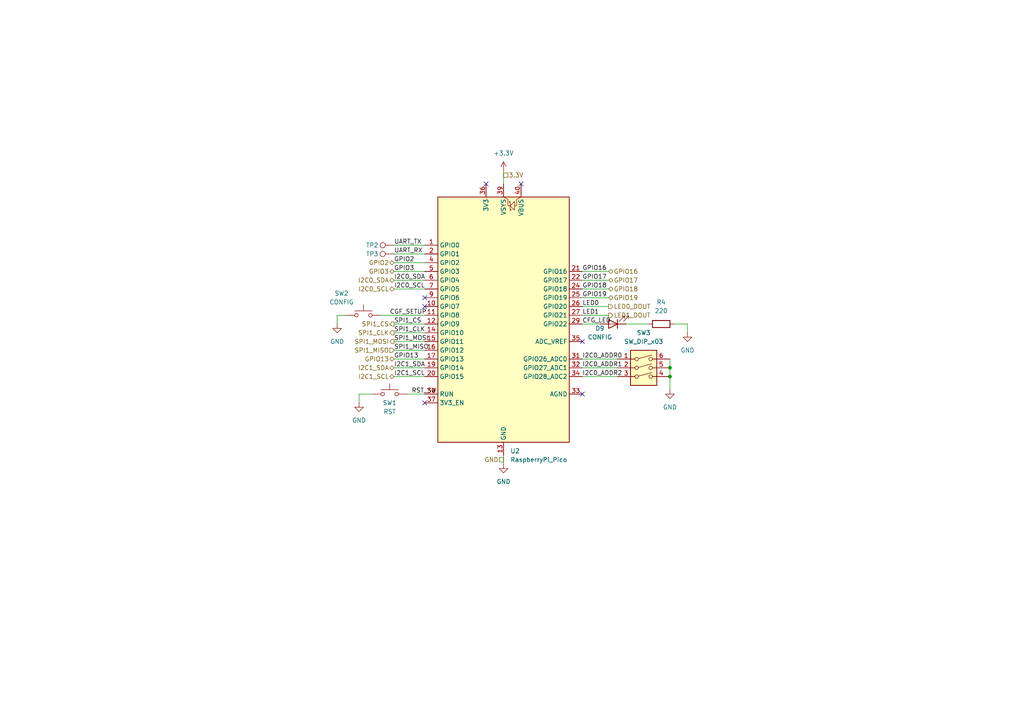
<source format=kicad_sch>
(kicad_sch (version 20230121) (generator eeschema)
  (paper "A4")
  (title_block (title "ConnectorX") (date "2023-11-14") (rev "2") (company "Evan Rust"))
  (lib_symbols
    (symbol "Connector:TestPoint" (pin_numbers hide) (pin_names (offset 0.762) hide)
      (property "Reference" "TP" (at 0 6.858 0))
      (property "Value" "TestPoint" (at 0 5.08 0))
      (symbol "TestPoint_0_1"
        (circle (center 0 3.302) (radius 0.762))
      )
      (symbol "TestPoint_1_1"
        (pin passive line (at 0 0 90) (length 2.54) (name "1") (number "1"))
      )
    )
    (symbol "Device:LED" (pin_numbers hide) (pin_names (offset 1.016) hide)
      (property "Reference" "D" (at 0 2.54 0))
      (property "Value" "LED" (at 0 -2.54 0))
      (symbol "LED_0_1"
        (polyline (pts (xy -1.27 -1.27) (xy -1.27 1.27)) (stroke (width 0.254)))
        (polyline (pts (xy -1.27 0) (xy 1.27 0)))
        (polyline (pts (xy 1.27 -1.27) (xy 1.27 1.27) (xy -1.27 0) (xy 1.27 -1.27)) (stroke (width 0.254)))
        (polyline (pts (xy -3.048 -0.762) (xy -4.572 -2.286) (xy -3.81 -2.286) (xy -4.572 -2.286) (xy -4.572 -1.524)))
        (polyline (pts (xy -1.778 -0.762) (xy -3.302 -2.286) (xy -2.54 -2.286) (xy -3.302 -2.286) (xy -3.302 -1.524)))
      )
      (symbol "LED_1_1"
        (pin passive line (at -3.81 0 0) (length 2.54) (name "K") (number "1"))
        (pin passive line (at 3.81 0 180) (length 2.54) (name "A") (number "2"))
      )
    )
    (symbol "Device:R" (pin_numbers hide) (pin_names (offset 0))
      (property "Reference" "R" (at 2.032 0 90))
      (property "Value" "R" (at 0 0 90))
      (symbol "R_0_1"
        (rectangle (start -1.016 -2.54) (end 1.016 2.54) (stroke (width 0.254)))
      )
      (symbol "R_1_1"
        (pin passive line (at 0 3.81 270) (length 1.27) (name "~") (number "1"))
        (pin passive line (at 0 -3.81 90) (length 1.27) (name "~") (number "2"))
      )
    )
    (symbol "MCU_Module_RaspberryPi_Pico:RaspberryPi_Pico"
      (property "Reference" "U" (at -19.05 38.1 0))
      (property "Value" "RaspberryPi_Pico" (at 7.62 38.1 0))
      (symbol "RaspberryPi_Pico_0_1"
        (rectangle (start -19.05 36.83) (end 19.05 -34.29) (stroke (width 0.254)) (fill (type background)))
        (polyline (pts (xy 0 36.83) (xy 1.27 36.195) (xy 1.27 34.29) (xy 1.905 34.29)))
        (polyline (pts (xy 1.905 34.29) (xy 3.175 35.56) (xy 3.175 33.02) (xy 1.905 34.29)))
        (polyline (pts (xy 5.08 36.83) (xy 3.81 36.195) (xy 3.81 34.29) (xy 3.175 34.29)))
        (polyline (pts (xy 1.651 35.306) (xy 1.651 35.56) (xy 1.905 35.56) (xy 1.905 33.02) (xy 2.159 33.02) (xy 2.159 33.274)))
      )
      (symbol "RaspberryPi_Pico_1_1"
        (pin bidirectional line (at -22.86 22.86 0) (length 3.81) (name "GPIO0") (number "1"))
        (pin bidirectional line (at -22.86 5.08 0) (length 3.81) (name "GPIO7") (number "10"))
        (pin bidirectional line (at -22.86 2.54 0) (length 3.81) (name "GPIO8") (number "11"))
        (pin bidirectional line (at -22.86 0 0) (length 3.81) (name "GPIO9") (number "12"))
        (pin power_out line (at 0 -38.1 90) (length 3.81) (name "GND") (number "13"))
        (pin bidirectional line (at -22.86 -2.54 0) (length 3.81) (name "GPIO10") (number "14"))
        (pin bidirectional line (at -22.86 -5.08 0) (length 3.81) (name "GPIO11") (number "15"))
        (pin bidirectional line (at -22.86 -7.62 0) (length 3.81) (name "GPIO12") (number "16"))
        (pin bidirectional line (at -22.86 -10.16 0) (length 3.81) (name "GPIO13") (number "17"))
        (pin passive line (at 0 -38.1 90) (length 3.81) hide (name "GND") (number "18"))
        (pin bidirectional line (at -22.86 -12.7 0) (length 3.81) (name "GPIO14") (number "19"))
        (pin bidirectional line (at -22.86 20.32 0) (length 3.81) (name "GPIO1") (number "2"))
        (pin bidirectional line (at -22.86 -15.24 0) (length 3.81) (name "GPIO15") (number "20"))
        (pin bidirectional line (at 22.86 15.24 180) (length 3.81) (name "GPIO16") (number "21"))
        (pin bidirectional line (at 22.86 12.7 180) (length 3.81) (name "GPIO17") (number "22"))
        (pin passive line (at 0 -38.1 90) (length 3.81) hide (name "GND") (number "23"))
        (pin bidirectional line (at 22.86 10.16 180) (length 3.81) (name "GPIO18") (number "24"))
        (pin bidirectional line (at 22.86 7.62 180) (length 3.81) (name "GPIO19") (number "25"))
        (pin bidirectional line (at 22.86 5.08 180) (length 3.81) (name "GPIO20") (number "26"))
        (pin bidirectional line (at 22.86 2.54 180) (length 3.81) (name "GPIO21") (number "27"))
        (pin passive line (at 0 -38.1 90) (length 3.81) hide (name "GND") (number "28"))
        (pin bidirectional line (at 22.86 0 180) (length 3.81) (name "GPIO22") (number "29"))
        (pin passive line (at 0 -38.1 90) (length 3.81) hide (name "GND") (number "3"))
        (pin input line (at -22.86 -20.32 0) (length 3.81) (name "RUN") (number "30"))
        (pin bidirectional line (at 22.86 -10.16 180) (length 3.81) (name "GPIO26_ADC0") (number "31"))
        (pin bidirectional line (at 22.86 -12.7 180) (length 3.81) (name "GPIO27_ADC1") (number "32"))
        (pin power_in line (at 22.86 -20.32 180) (length 3.81) (name "AGND") (number "33"))
        (pin bidirectional line (at 22.86 -15.24 180) (length 3.81) (name "GPIO28_ADC2") (number "34"))
        (pin power_in line (at 22.86 -5.08 180) (length 3.81) (name "ADC_VREF") (number "35"))
        (pin power_out line (at -5.08 40.64 270) (length 3.81) (name "3V3") (number "36"))
        (pin input line (at -22.86 -22.86 0) (length 3.81) (name "3V3_EN") (number "37"))
        (pin passive line (at 0 -38.1 90) (length 3.81) hide (name "GND") (number "38"))
        (pin power_in line (at 0 40.64 270) (length 3.81) (name "VSYS") (number "39"))
        (pin bidirectional line (at -22.86 17.78 0) (length 3.81) (name "GPIO2") (number "4"))
        (pin power_out line (at 5.08 40.64 270) (length 3.81) (name "VBUS") (number "40"))
        (pin bidirectional line (at -22.86 15.24 0) (length 3.81) (name "GPIO3") (number "5"))
        (pin bidirectional line (at -22.86 12.7 0) (length 3.81) (name "GPIO4") (number "6"))
        (pin bidirectional line (at -22.86 10.16 0) (length 3.81) (name "GPIO5") (number "7"))
        (pin passive line (at 0 -38.1 90) (length 3.81) hide (name "GND") (number "8"))
        (pin bidirectional line (at -22.86 7.62 0) (length 3.81) (name "GPIO6") (number "9"))
      )
    )
    (symbol "Switch:SW_DIP_x03" (pin_names (offset 0) hide)
      (property "Reference" "SW" (at 0 8.89 0))
      (property "Value" "SW_DIP_x03" (at 0 -3.81 0))
      (symbol "SW_DIP_x03_0_0"
        (circle (center -2.032 0) (radius 0.508))
        (circle (center -2.032 2.54) (radius 0.508))
        (circle (center -2.032 5.08) (radius 0.508))
        (polyline (pts (xy -1.524 0.127) (xy 2.3622 1.1684)))
        (polyline (pts (xy -1.524 2.667) (xy 2.3622 3.7084)))
        (polyline (pts (xy -1.524 5.207) (xy 2.3622 6.2484)))
        (circle (center 2.032 0) (radius 0.508))
        (circle (center 2.032 2.54) (radius 0.508))
        (circle (center 2.032 5.08) (radius 0.508))
      )
      (symbol "SW_DIP_x03_0_1"
        (rectangle (start -3.81 7.62) (end 3.81 -2.54) (stroke (width 0.254)) (fill (type background)))
      )
      (symbol "SW_DIP_x03_1_1"
        (pin passive line (at -7.62 5.08 0) (length 5.08) (name "~") (number "1"))
        (pin passive line (at -7.62 2.54 0) (length 5.08) (name "~") (number "2"))
        (pin passive line (at -7.62 0 0) (length 5.08) (name "~") (number "3"))
        (pin passive line (at 7.62 0 180) (length 5.08) (name "~") (number "4"))
        (pin passive line (at 7.62 2.54 180) (length 5.08) (name "~") (number "5"))
        (pin passive line (at 7.62 5.08 180) (length 5.08) (name "~") (number "6"))
      )
    )
    (symbol "Switch:SW_Push" (pin_numbers hide) (pin_names (offset 1.016) hide)
      (property "Reference" "SW" (at 1.27 2.54 0))
      (property "Value" "SW_Push" (at 0 -1.524 0))
      (symbol "SW_Push_0_1"
        (circle (center -2.032 0) (radius 0.508))
        (polyline (pts (xy 0 1.27) (xy 0 3.048)))
        (polyline (pts (xy 2.54 1.27) (xy -2.54 1.27)))
        (circle (center 2.032 0) (radius 0.508))
        (pin passive line (at -5.08 0 0) (length 2.54) (name "1") (number "1"))
        (pin passive line (at 5.08 0 180) (length 2.54) (name "2") (number "2"))
      )
    )
    (symbol "power:+3.3V" (power) (pin_names (offset 0))
      (property "Value" "+3.3V" (at 0 3.556 0))
      (symbol "+3.3V_0_1"
        (polyline (pts (xy -0.762 1.27) (xy 0 2.54)))
        (polyline (pts (xy 0 0) (xy 0 2.54)))
        (polyline (pts (xy 0 2.54) (xy 0.762 1.27)))
      )
      (symbol "+3.3V_1_1"
        (pin power_in line (at 0 0 90) (length 0) hide (name "+3.3V") (number "1"))
      )
    )
    (symbol "power:GND" (power) (pin_names (offset 0))
      (property "Value" "GND" (at 0 -3.81 0))
      (symbol "GND_0_1"
        (polyline (pts (xy 0 0) (xy 0 -1.27) (xy 1.27 -1.27) (xy 0 -2.54) (xy -1.27 -1.27) (xy 0 -1.27)))
      )
      (symbol "GND_1_1"
        (pin power_in line (at 0 0 270) (length 0) hide (name "GND") (number "1"))
      )
    )
  )
  (junction (at 194.31 106.68))
  (junction (at 194.31 109.22))
  (no_connect (at 168.91 114.3))
  (no_connect (at 168.91 99.06))
  (no_connect (at 123.19 88.9))
  (no_connect (at 123.19 116.84))
  (no_connect (at 123.19 86.36))
  (no_connect (at 140.97 53.34))
  (no_connect (at 151.13 53.34))
  (wire (pts (xy 114.3 81.28) (xy 123.19 81.28)))
  (wire (pts (xy 194.31 104.14) (xy 194.31 106.68)))
  (wire (pts (xy 168.91 78.74) (xy 176.53 78.74)))
  (wire (pts (xy 168.91 83.82) (xy 176.53 83.82)))
  (wire (pts (xy 146.05 132.08) (xy 146.05 134.62)))
  (wire (pts (xy 114.3 101.6) (xy 123.19 101.6)))
  (wire (pts (xy 114.3 106.68) (xy 123.19 106.68)))
  (wire (pts (xy 168.91 86.36) (xy 176.53 86.36)))
  (wire (pts (xy 104.14 116.84) (xy 104.14 114.3)))
  (wire (pts (xy 114.3 78.74) (xy 123.19 78.74)))
  (wire (pts (xy 114.3 93.98) (xy 123.19 93.98)))
  (wire (pts (xy 194.31 109.22) (xy 194.31 113.03)))
  (wire (pts (xy 168.91 106.68) (xy 179.07 106.68)))
  (wire (pts (xy 146.05 49.53) (xy 146.05 53.34)))
  (wire (pts (xy 118.11 114.3) (xy 123.19 114.3)))
  (wire (pts (xy 114.3 73.66) (xy 123.19 73.66)))
  (wire (pts (xy 168.91 93.98) (xy 173.99 93.98)))
  (wire (pts (xy 199.39 93.98) (xy 199.39 96.52)))
  (wire (pts (xy 110.49 91.44) (xy 123.19 91.44)))
  (wire (pts (xy 97.79 91.44) (xy 100.33 91.44)))
  (wire (pts (xy 114.3 104.14) (xy 123.19 104.14)))
  (wire (pts (xy 168.91 91.44) (xy 176.53 91.44)))
  (wire (pts (xy 114.3 71.12) (xy 123.19 71.12)))
  (wire (pts (xy 114.3 96.52) (xy 123.19 96.52)))
  (wire (pts (xy 168.91 109.22) (xy 179.07 109.22)))
  (wire (pts (xy 104.14 114.3) (xy 107.95 114.3)))
  (wire (pts (xy 114.3 83.82) (xy 123.19 83.82)))
  (wire (pts (xy 168.91 81.28) (xy 176.53 81.28)))
  (wire (pts (xy 114.3 109.22) (xy 123.19 109.22)))
  (wire (pts (xy 181.61 93.98) (xy 187.96 93.98)))
  (wire (pts (xy 194.31 106.68) (xy 194.31 109.22)))
  (wire (pts (xy 114.3 76.2) (xy 123.19 76.2)))
  (wire (pts (xy 97.79 93.98) (xy 97.79 91.44)))
  (wire (pts (xy 168.91 88.9) (xy 176.53 88.9)))
  (wire (pts (xy 195.58 93.98) (xy 199.39 93.98)))
  (wire (pts (xy 114.3 99.06) (xy 123.19 99.06)))
  (wire (pts (xy 168.91 104.14) (xy 179.07 104.14)))
  (label "I2C0_SDA" (at 114.3 81.28 0))
  (label "I2C0_ADDR1" (at 168.91 106.68 0))
  (label "I2C1_SCL" (at 114.3 109.22 0))
  (label "UART_RX" (at 114.3 73.66 0))
  (label "SPI1_CLK" (at 114.3 96.52 0))
  (label "GPIO19" (at 168.91 86.36 0))
  (label "I2C1_SDA" (at 114.3 106.68 0))
  (label "SPI1_CS" (at 114.3 93.98 0))
  (label "GPIO17" (at 168.91 81.28 0))
  (label "RST_SW" (at 119.38 114.3 0))
  (label "GPIO13" (at 114.3 104.14 0))
  (label "CGF_SETUP" (at 113.03 91.44 0))
  (label "GPIO2" (at 114.3 76.2 0))
  (label "UART_TX" (at 114.3 71.12 0))
  (label "LED1" (at 168.91 91.44 0))
  (label "GPIO16" (at 168.91 78.74 0))
  (label "LED0" (at 168.91 88.9 0))
  (label "I2C0_SCL" (at 114.3 83.82 0))
  (label "I2C0_ADDR2" (at 168.91 109.22 0))
  (label "GPIO18" (at 168.91 83.82 0))
  (label "SPI1_MISO" (at 114.3 101.6 0))
  (label "SPI1_MOSI" (at 114.3 99.06 0))
  (label "I2C0_ADDR0" (at 168.91 104.14 0))
  (label "CFG_LED" (at 168.91 93.98 0))
  (label "GPIO3" (at 114.3 78.74 0))
  (hierarchical_label "I2C0_SCL" (shape bidirectional) (at 114.3 83.82 180))
  (hierarchical_label "I2C0_SDA" (shape bidirectional) (at 114.3 81.28 180))
  (hierarchical_label "GPIO17" (shape bidirectional) (at 176.53 81.28 0))
  (hierarchical_label "GPIO3" (shape bidirectional) (at 114.3 78.74 180))
  (hierarchical_label "SPI1_MISO" (shape input) (at 114.3 101.6 180))
  (hierarchical_label "I2C1_SCL" (shape bidirectional) (at 114.3 109.22 180))
  (hierarchical_label "GPIO19" (shape bidirectional) (at 176.53 86.36 0))
  (hierarchical_label "I2C1_SDA" (shape bidirectional) (at 114.3 106.68 180))
  (hierarchical_label "SPI1_MOSI" (shape output) (at 114.3 99.06 180))
  (hierarchical_label "GND" (shape passive) (at 146.05 133.35 180))
  (hierarchical_label "LED0_DOUT" (shape output) (at 176.53 88.9 0))
  (hierarchical_label "SPI1_CLK" (shape output) (at 114.3 96.52 180))
  (hierarchical_label "SPI1_CS" (shape output) (at 114.3 93.98 180))
  (hierarchical_label "GPIO16" (shape bidirectional) (at 176.53 78.74 0))
  (hierarchical_label "3.3V" (shape passive) (at 146.05 50.8 0))
  (hierarchical_label "GPIO13" (shape bidirectional) (at 114.3 104.14 180))
  (hierarchical_label "LED1_DOUT" (shape output) (at 176.53 91.44 0))
  (hierarchical_label "GPIO18" (shape bidirectional) (at 176.53 83.82 0))
  (hierarchical_label "GPIO2" (shape bidirectional) (at 114.3 76.2 180))
  (symbol (lib_id "Connector:TestPoint") (at 114.3 73.66 90) (unit 1)
    (property "Reference" "TP3" (at 107.95 73.66 90))
    (property "Value" "TestPoint" (effects hide))
    (property "Footprint" "TestPoint:TestPoint_Pad_D2.5mm" (effects hide))
  )
  (symbol (lib_id "Device:LED") (at 177.8 93.98 180) (unit 1)
    (property "Reference" "D9" (at 173.99 95.25 0))
    (property "Value" "CONFIG" (at 173.99 97.79 0))
    (property "Footprint" "LED_SMD:LED_0805_2012Metric" (effects hide))
  )
  (symbol (lib_id "power:GND") (at 97.79 93.98 0) (unit 1)
    (property "Reference" "#PWR050" (effects hide))
    (property "Value" "GND" (at 97.79 99.06 0))
  )
  (symbol (lib_id "power:GND") (at 194.31 113.03 0) (unit 1)
    (property "Reference" "#PWR054" (effects hide))
    (property "Value" "GND" (at 194.31 118.11 0))
  )
  (symbol (lib_id "power:GND") (at 104.14 116.84 0) (unit 1)
    (property "Reference" "#PWR051" (effects hide))
    (property "Value" "GND" (at 104.14 121.92 0))
  )
  (symbol (lib_id "Switch:SW_Push") (at 105.41 91.44 0) (unit 1)
    (property "Reference" "SW2" (at 99.06 85.09 0))
    (property "Value" "CONFIG" (at 99.06 87.63 0))
    (property "Footprint" "Button_Switch_SMD:SW_SPST_PTS645" (effects hide))
  )
  (symbol (lib_id "MCU_Module_RaspberryPi_Pico:RaspberryPi_Pico") (at 146.05 93.98 0) (unit 1)
    (property "Reference" "U2" (at 148.0059 130.81 0) (effects (justify left)))
    (property "Value" "RaspberryPi_Pico" (at 148.0059 133.35 0) (effects (justify left)))
    (property "Footprint" "Module_RaspberryPi_Pico:RaspberryPi_Pico_Common" (effects hide))
    (property "Datasheet" "https://datasheets.raspberrypi.com/pico/pico-datasheet.pdf" (effects hide))
    (instances (project "ConnectorX" (path "" (reference "U2") (unit 1))) (project "FRC_5690_Common_PCB" (path "" (reference "U1") (unit 1))))
  )
  (symbol (lib_id "Connector:TestPoint") (at 114.3 71.12 90) (unit 1)
    (property "Reference" "TP2" (at 107.95 71.12 90))
    (property "Value" "TestPoint" (effects hide))
    (property "Footprint" "TestPoint:TestPoint_Pad_D2.5mm" (effects hide))
  )
  (symbol (lib_id "Device:R") (at 191.77 93.98 90) (unit 1)
    (property "Reference" "R4" (at 191.77 87.63 90))
    (property "Value" "220" (at 191.77 90.17 90))
    (property "Footprint" "Resistor_SMD:R_0603_1608Metric" (effects hide))
  )
  (symbol (lib_id "power:GND") (at 199.39 96.52 0) (unit 1)
    (property "Reference" "#PWR052" (effects hide))
    (property "Value" "GND" (at 199.39 101.6 0))
  )
  (symbol (lib_id "Switch:SW_Push") (at 113.03 114.3 0) (unit 1)
    (property "Reference" "SW1" (at 113.03 116.84 0))
    (property "Value" "RST" (at 113.03 119.38 0))
    (property "Footprint" "Button_Switch_SMD:SW_SPST_PTS645" (effects hide))
  )
  (symbol (lib_id "power:+3.3V") (at 146.05 49.53 0) (unit 1)
    (property "Reference" "#PWR053" (effects hide))
    (property "Value" "+3.3V" (at 146.05 44.45 0))
  )
  (symbol (lib_id "power:GND") (at 146.05 134.62 0) (unit 1)
    (property "Reference" "#PWR055" (effects hide))
    (property "Value" "GND" (at 146.05 139.7 0))
  )
  (symbol (lib_id "Switch:SW_DIP_x03") (at 186.69 109.22 0) (unit 1)
    (property "Reference" "SW3" (at 186.69 96.52 0))
    (property "Value" "SW_DIP_x03" (at 186.69 99.06 0))
    (property "Footprint" "Button_Switch_SMD:SW_DIP_SPSTx03_Slide_6.7x9.18mm_W6.73mm_P2.54mm_LowProfile_JPin" (effects hide))
  )
)
</source>
